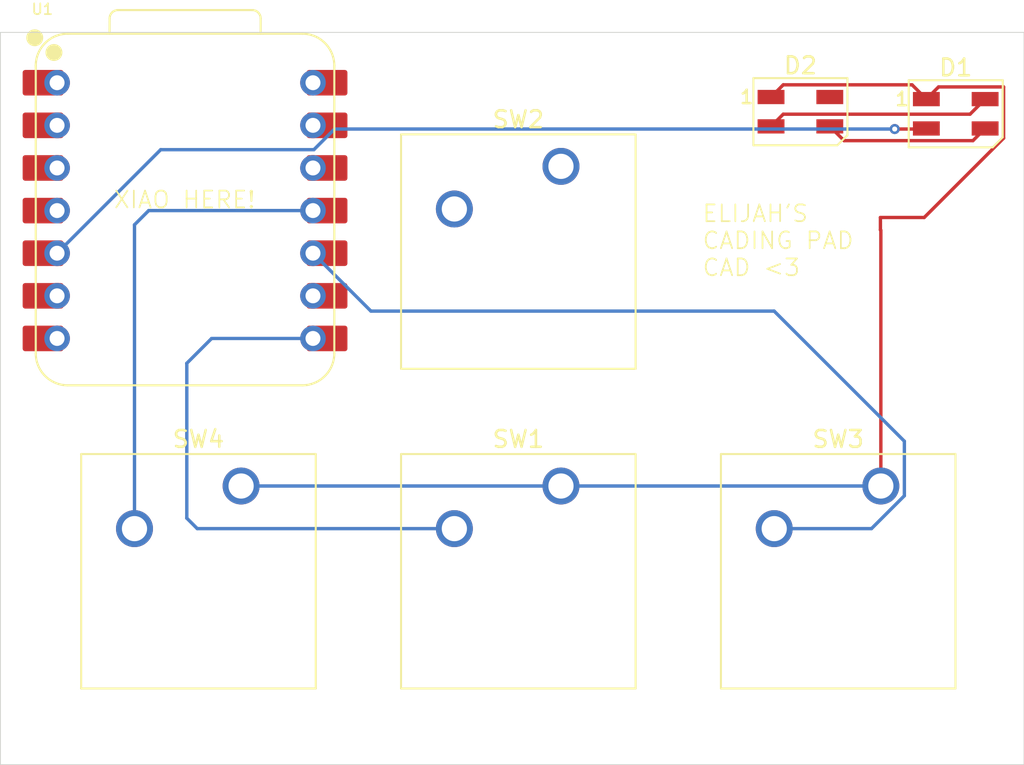
<source format=kicad_pcb>
(kicad_pcb (version 20241229) (generator "pcbnew") (generator_version "9.0")
  (layers (0 "F.Cu" signal) (2 "B.Cu" signal) (13 "F.Paste" user) (15 "B.Paste" user) (5 "F.SilkS" user "F.Silkscreen") (7 "B.SilkS" user "B.Silkscreen") (1 "F.Mask" user) (3 "B.Mask" user) (25 "Edge.Cuts" user))
  (net 0 "")
  (net 1 "GND")
  (net 2 "Net-(D1-DOUT)")
  (net 3 "Net-(D1-DIN)")
  (net 4 "+5V")
  (net 6 "Net-(U1-GPIO1{slash}RX)")
  (net 9 "Net-(U1-GPIO4{slash}MISO)")
  (net 10 "Net-(U1-GPIO3{slash}MOSI)")
  (footprint "LED_SMD:LED_SK6812MINI_PLCC4_3.5x3.5mm_P1.75mm" (layer "F.Cu") (at 77.215 37.4115)
    (property "Reference" "D1" (at 0 -2.75 0) (layer "F.SilkS"))
    (property "Value" "SK6812")
    (fp_line (start -2.8 -2) (end -2.8 2) (stroke (width 0.12)) (layer "F.SilkS"))
    (fp_line (start -2.8 -2) (end 2.8 -2) (stroke (width 0.12)) (layer "F.SilkS"))
    (fp_line (start -2.8 2) (end 2.2 2) (stroke (width 0.12)) (layer "F.SilkS"))
    (fp_line (start 2.8 1.4) (end 2.2 2) (stroke (width 0.12)) (layer "F.SilkS"))
    (fp_line (start 2.8 1.4) (end 2.8 -2) (stroke (width 0.12)) (layer "F.SilkS"))
    (fp_text user "1" (at -3.2 -0.875 0) (layer "F.SilkS") (effects (font (size 0.8 0.8))))
    (pad "1" smd rect (at -1.75 -0.875) (size 1.6 0.85) (layers "F.Cu" "F.Mask" "F.Paste") (net 1 "GND"))
    (pad "2" smd rect (at -1.75 0.875) (size 1.6 0.85) (layers "F.Cu" "F.Mask" "F.Paste") (net 3 "Net-(D1-DIN)"))
    (pad "3" smd rect (at 1.75 0.875) (size 1.6 0.85) (layers "F.Cu" "F.Mask" "F.Paste") (net 4 "+5V"))
    (pad "4" smd rect (at 1.75 -0.875) (size 1.6 0.85) (layers "F.Cu" "F.Mask" "F.Paste") (net 2 "Net-(D1-DOUT)"))
  )
  (footprint "Button_Switch_Keyboard:SW_Cherry_MX_1.00u_PCB" (layer "F.Cu") (at 53.705 40.544)
    (property "Reference" "SW2" (at -2.54 -2.794 0) (layer "F.SilkS"))
    (property "Value" "SW_Push")
    (fp_line (start -9.525 -1.905) (end 4.445 -1.905) (stroke (width 0.12)) (layer "F.SilkS"))
    (fp_line (start -9.525 12.065) (end -9.525 -1.905) (stroke (width 0.12)) (layer "F.SilkS"))
    (fp_line (start 4.445 -1.905) (end 4.445 12.065) (stroke (width 0.12)) (layer "F.SilkS"))
    (fp_line (start 4.445 12.065) (end -9.525 12.065) (stroke (width 0.12)) (layer "F.SilkS"))
    (pad "" np_thru_hole circle (at -7.62 5.08) (size 1.7 1.7) (drill 1.7) (layers "*.Cu" "*.Mask"))
    (pad "" np_thru_hole circle (at -2.54 5.08) (size 4 4) (drill 4) (layers "*.Cu" "*.Mask"))
    (pad "" np_thru_hole circle (at 2.54 5.08) (size 1.7 1.7) (drill 1.7) (layers "*.Cu" "*.Mask"))
    (pad "1" thru_hole circle (at 0 0) (size 2.2 2.2) (drill 1.5) (layers "*.Cu" "*.Mask"))
    (pad "2" thru_hole circle (at -6.35 2.54) (size 2.2 2.2) (drill 1.5) (layers "*.Cu" "*.Mask"))
  )
  (footprint "Seeed Studio XIAO Series Library:XIAO-RP2040-DIP" (layer "F.Cu") (at 31.315 43.18)
    (property "Reference" "U1" (at -8.5 -12 0) (layer "F.SilkS") (effects (font (size 0.635 0.635) (thickness 0.1016))))
    (property "Value" "XIAO-RP2040-DIP")
    (fp_line (start -8.89 8.509) (end -8.89 -8.636) (stroke (width 0.127)) (layer "F.SilkS"))
    (fp_line (start -6.985 10.414) (end 6.985 10.414) (stroke (width 0.127)) (layer "F.SilkS"))
    (fp_line (start -4.495 -10.541) (end -4.491272 -11.451272) (stroke (width 0.127)) (layer "F.SilkS"))
    (fp_line (start -3.991272 -11.951) (end 4.004 -11.951) (stroke (width 0.127)) (layer "F.SilkS"))
    (fp_line (start 4.504 -11.451) (end 4.504 -10.541) (stroke (width 0.127)) (layer "F.SilkS"))
    (fp_line (start 6.985 -10.541) (end -6.985 -10.541) (stroke (width 0.1)) (layer "F.SilkS"))
    (fp_line (start 6.985 -10.541) (end -6.985 -10.541) (stroke (width 0.127)) (layer "F.SilkS"))
    (fp_line (start 8.89 8.509) (end 8.89 -8.636) (stroke (width 0.127)) (layer "F.SilkS"))
    (fp_arc (start -8.89 -8.636) (mid -8.332038 -9.983038) (end -6.985 -10.541) (stroke (width 0.127)) (layer "F.SilkS"))
    (fp_arc (start -6.985 10.414) (mid -8.332038 9.856038) (end -8.89 8.509) (stroke (width 0.127)) (layer "F.SilkS"))
    (fp_arc (start -4.491272 -11.451272) (mid -4.344728 -11.80464) (end -3.991272 -11.951) (stroke (width 0.127)) (layer "F.SilkS"))
    (fp_arc (start 4.004 -11.951) (mid 4.357553 -11.804553) (end 4.504 -11.451) (stroke (width 0.127)) (layer "F.SilkS"))
    (fp_arc (start 6.985 -10.541) (mid 8.332038 -9.983038) (end 8.89 -8.636) (stroke (width 0.127)) (layer "F.SilkS"))
    (fp_arc (start 8.89 8.509) (mid 8.332038 9.856038) (end 6.985 10.414) (stroke (width 0.127)) (layer "F.SilkS"))
    (fp_circle (center -8.95 -10.3) (end -8.95 -10.554) (stroke (width 0.5)) (fill yes) (layer "F.SilkS"))
    (fp_circle (center -7.807 -9.42) (end -7.807 -9.674) (stroke (width 0.5)) (fill yes) (layer "F.SilkS"))
    (pad "1" smd roundrect (at -8.455 -7.62 180) (size 2.432 1.524) (layers "F.Cu" "F.Mask") (roundrect_rratio 0.1))
    (pad "1" thru_hole circle (at -7.62 -7.62 180) (size 1.524 1.524) (drill 0.889) (layers "*.Cu" "*.Mask"))
    (pad "2" smd roundrect (at -8.455 -5.08 180) (size 2.432 1.524) (layers "F.Cu" "F.Mask") (roundrect_rratio 0.1))
    (pad "2" thru_hole circle (at -7.62 -5.08 180) (size 1.524 1.524) (drill 0.889) (layers "*.Cu" "*.Mask"))
    (pad "3" smd roundrect (at -8.455 -2.54 180) (size 2.432 1.524) (layers "F.Cu" "F.Mask") (roundrect_rratio 0.1))
    (pad "3" thru_hole circle (at -7.62 -2.54 180) (size 1.524 1.524) (drill 0.889) (layers "*.Cu" "*.Mask"))
    (pad "4" smd roundrect (at -8.455 0 180) (size 2.432 1.524) (layers "F.Cu" "F.Mask") (roundrect_rratio 0.1))
    (pad "4" thru_hole circle (at -7.62 0 180) (size 1.524 1.524) (drill 0.889) (layers "*.Cu" "*.Mask"))
    (pad "5" smd roundrect (at -8.455 2.54 180) (size 2.432 1.524) (layers "F.Cu" "F.Mask") (roundrect_rratio 0.1) (net 3 "Net-(D1-DIN)"))
    (pad "5" thru_hole circle (at -7.62 2.54 180) (size 1.524 1.524) (drill 0.889) (layers "*.Cu" "*.Mask") (net 3 "Net-(D1-DIN)"))
    (pad "6" smd roundrect (at -8.455 5.08 180) (size 2.432 1.524) (layers "F.Cu" "F.Mask") (roundrect_rratio 0.1))
    (pad "6" thru_hole circle (at -7.62 5.08 180) (size 1.524 1.524) (drill 0.889) (layers "*.Cu" "*.Mask"))
    (pad "7" smd roundrect (at -8.455 7.62 180) (size 2.432 1.524) (layers "F.Cu" "F.Mask") (roundrect_rratio 0.1))
    (pad "7" thru_hole circle (at -7.62 7.62 180) (size 1.524 1.524) (drill 0.889) (layers "*.Cu" "*.Mask"))
    (pad "8" thru_hole circle (at 7.62 7.62) (size 1.524 1.524) (drill 0.889) (layers "*.Cu" "*.Mask") (net 6 "Net-(U1-GPIO1{slash}RX)"))
    (pad "8" smd roundrect (at 8.455 7.62) (size 2.432 1.524) (layers "F.Cu" "F.Mask") (roundrect_rratio 0.1) (net 6 "Net-(U1-GPIO1{slash}RX)"))
    (pad "9" thru_hole circle (at 7.62 5.08) (size 1.524 1.524) (drill 0.889) (layers "*.Cu" "*.Mask"))
    (pad "9" smd roundrect (at 8.455 5.08) (size 2.432 1.524) (layers "F.Cu" "F.Mask") (roundrect_rratio 0.1))
    (pad "10" thru_hole circle (at 7.62 2.54) (size 1.524 1.524) (drill 0.889) (layers "*.Cu" "*.Mask") (net 9 "Net-(U1-GPIO4{slash}MISO)"))
    (pad "10" smd roundrect (at 8.455 2.54) (size 2.432 1.524) (layers "F.Cu" "F.Mask") (roundrect_rratio 0.1) (net 9 "Net-(U1-GPIO4{slash}MISO)"))
    (pad "11" thru_hole circle (at 7.62 0) (size 1.524 1.524) (drill 0.889) (layers "*.Cu" "*.Mask") (net 10 "Net-(U1-GPIO3{slash}MOSI)"))
    (pad "11" smd roundrect (at 8.455 0) (size 2.432 1.524) (layers "F.Cu" "F.Mask") (roundrect_rratio 0.1) (net 10 "Net-(U1-GPIO3{slash}MOSI)"))
    (pad "12" thru_hole circle (at 7.62 -2.54) (size 1.524 1.524) (drill 0.889) (layers "*.Cu" "*.Mask"))
    (pad "12" smd roundrect (at 8.455 -2.54) (size 2.432 1.524) (layers "F.Cu" "F.Mask") (roundrect_rratio 0.1))
    (pad "13" thru_hole circle (at 7.62 -5.08) (size 1.524 1.524) (drill 0.889) (layers "*.Cu" "*.Mask"))
    (pad "13" smd roundrect (at 8.455 -5.08) (size 2.432 1.524) (layers "F.Cu" "F.Mask") (roundrect_rratio 0.1))
    (pad "14" thru_hole circle (at 7.62 -7.62) (size 1.524 1.524) (drill 0.889) (layers "*.Cu" "*.Mask"))
    (pad "14" smd roundrect (at 8.455 -7.62) (size 2.432 1.524) (layers "F.Cu" "F.Mask") (roundrect_rratio 0.1))
  )
  (footprint "Button_Switch_Keyboard:SW_Cherry_MX_1.00u_PCB" (layer "F.Cu") (at 72.755 59.594)
    (property "Reference" "SW3" (at -2.54 -2.794 0) (layer "F.SilkS"))
    (property "Value" "SW_Push")
    (fp_line (start -9.525 -1.905) (end 4.445 -1.905) (stroke (width 0.12)) (layer "F.SilkS"))
    (fp_line (start -9.525 12.065) (end -9.525 -1.905) (stroke (width 0.12)) (layer "F.SilkS"))
    (fp_line (start 4.445 -1.905) (end 4.445 12.065) (stroke (width 0.12)) (layer "F.SilkS"))
    (fp_line (start 4.445 12.065) (end -9.525 12.065) (stroke (width 0.12)) (layer "F.SilkS"))
    (pad "" np_thru_hole circle (at -7.62 5.08) (size 1.7 1.7) (drill 1.7) (layers "*.Cu" "*.Mask"))
    (pad "" np_thru_hole circle (at -2.54 5.08) (size 4 4) (drill 4) (layers "*.Cu" "*.Mask"))
    (pad "" np_thru_hole circle (at 2.54 5.08) (size 1.7 1.7) (drill 1.7) (layers "*.Cu" "*.Mask"))
    (pad "1" thru_hole circle (at 0 0) (size 2.2 2.2) (drill 1.5) (layers "*.Cu" "*.Mask") (net 1 "GND"))
    (pad "2" thru_hole circle (at -6.35 2.54) (size 2.2 2.2) (drill 1.5) (layers "*.Cu" "*.Mask") (net 9 "Net-(U1-GPIO4{slash}MISO)"))
  )
  (footprint "LED_SMD:LED_SK6812MINI_PLCC4_3.5x3.5mm_P1.75mm" (layer "F.Cu") (at 67.965 37.2865)
    (property "Reference" "D2" (at 0 -2.75 0) (layer "F.SilkS"))
    (property "Value" "SK6812")
    (fp_line (start -2.8 -2) (end -2.8 2) (stroke (width 0.12)) (layer "F.SilkS"))
    (fp_line (start -2.8 -2) (end 2.8 -2) (stroke (width 0.12)) (layer "F.SilkS"))
    (fp_line (start -2.8 2) (end 2.2 2) (stroke (width 0.12)) (layer "F.SilkS"))
    (fp_line (start 2.8 1.4) (end 2.2 2) (stroke (width 0.12)) (layer "F.SilkS"))
    (fp_line (start 2.8 1.4) (end 2.8 -2) (stroke (width 0.12)) (layer "F.SilkS"))
    (fp_text user "1" (at -3.2 -0.875 0) (layer "F.SilkS") (effects (font (size 0.8 0.8))))
    (pad "1" smd rect (at -1.75 -0.875) (size 1.6 0.85) (layers "F.Cu" "F.Mask" "F.Paste") (net 1 "GND"))
    (pad "2" smd rect (at -1.75 0.875) (size 1.6 0.85) (layers "F.Cu" "F.Mask" "F.Paste") (net 2 "Net-(D1-DOUT)"))
    (pad "3" smd rect (at 1.75 0.875) (size 1.6 0.85) (layers "F.Cu" "F.Mask" "F.Paste") (net 4 "+5V"))
    (pad "4" smd rect (at 1.75 -0.875) (size 1.6 0.85) (layers "F.Cu" "F.Mask" "F.Paste"))
  )
  (footprint "Button_Switch_Keyboard:SW_Cherry_MX_1.00u_PCB" (layer "F.Cu") (at 53.705 59.594)
    (property "Reference" "SW1" (at -2.54 -2.794 0) (layer "F.SilkS"))
    (property "Value" "SW_Push")
    (fp_line (start -9.525 -1.905) (end 4.445 -1.905) (stroke (width 0.12)) (layer "F.SilkS"))
    (fp_line (start -9.525 12.065) (end -9.525 -1.905) (stroke (width 0.12)) (layer "F.SilkS"))
    (fp_line (start 4.445 -1.905) (end 4.445 12.065) (stroke (width 0.12)) (layer "F.SilkS"))
    (fp_line (start 4.445 12.065) (end -9.525 12.065) (stroke (width 0.12)) (layer "F.SilkS"))
    (pad "" np_thru_hole circle (at -7.62 5.08) (size 1.7 1.7) (drill 1.7) (layers "*.Cu" "*.Mask"))
    (pad "" np_thru_hole circle (at -2.54 5.08) (size 4 4) (drill 4) (layers "*.Cu" "*.Mask"))
    (pad "" np_thru_hole circle (at 2.54 5.08) (size 1.7 1.7) (drill 1.7) (layers "*.Cu" "*.Mask"))
    (pad "1" thru_hole circle (at 0 0) (size 2.2 2.2) (drill 1.5) (layers "*.Cu" "*.Mask") (net 1 "GND"))
    (pad "2" thru_hole circle (at -6.35 2.54) (size 2.2 2.2) (drill 1.5) (layers "*.Cu" "*.Mask") (net 6 "Net-(U1-GPIO1{slash}RX)"))
  )
  (footprint "Button_Switch_Keyboard:SW_Cherry_MX_1.00u_PCB" (layer "F.Cu") (at 34.655 59.594)
    (property "Reference" "SW4" (at -2.54 -2.794 0) (layer "F.SilkS"))
    (property "Value" "SW_Push")
    (fp_line (start -9.525 -1.905) (end 4.445 -1.905) (stroke (width 0.12)) (layer "F.SilkS"))
    (fp_line (start -9.525 12.065) (end -9.525 -1.905) (stroke (width 0.12)) (layer "F.SilkS"))
    (fp_line (start 4.445 -1.905) (end 4.445 12.065) (stroke (width 0.12)) (layer "F.SilkS"))
    (fp_line (start 4.445 12.065) (end -9.525 12.065) (stroke (width 0.12)) (layer "F.SilkS"))
    (pad "" np_thru_hole circle (at -7.62 5.08) (size 1.7 1.7) (drill 1.7) (layers "*.Cu" "*.Mask"))
    (pad "" np_thru_hole circle (at -2.54 5.08) (size 4 4) (drill 4) (layers "*.Cu" "*.Mask"))
    (pad "" np_thru_hole circle (at 2.54 5.08) (size 1.7 1.7) (drill 1.7) (layers "*.Cu" "*.Mask"))
    (pad "1" thru_hole circle (at 0 0) (size 2.2 2.2) (drill 1.5) (layers "*.Cu" "*.Mask") (net 1 "GND"))
    (pad "2" thru_hole circle (at -6.35 2.54) (size 2.2 2.2) (drill 1.5) (layers "*.Cu" "*.Mask") (net 10 "Net-(U1-GPIO3{slash}MOSI)"))
  )
  (gr_rect (start 20.32 32.56) (end 81.28 76.2) (stroke (width 0.05)) (fill no) (layer "Edge.Cuts"))
  (gr_text "XIAO HERE!" (at 27.01 43.1165 0) (layer "F.SilkS") (effects (font (size 1 1) (thickness 0.1)) (justify left bottom)))
  (gr_text "ELIJAH'S\nCADING PAD\nCAD <3" (at 62.07 47.16 0) (layer "F.SilkS") (effects (font (size 1 1) (thickness 0.1)) (justify left bottom)))
  (segment (start 80.066 35.8105) (end 80.066 38.864) (width 0.2) (layer "F.Cu") (net 1))
  (segment (start 72.73 44.33) (end 72.755 44.355) (width 0.2) (layer "F.Cu") (net 1))
  (segment (start 75.465 36.5365) (end 76.191 35.8105) (width 0.2) (layer "F.Cu") (net 1))
  (segment (start 76.191 35.8105) (end 80.066 35.8105) (width 0.2) (layer "F.Cu") (net 1))
  (segment (start 80.066 38.864) (end 75.34 43.59) (width 0.2) (layer "F.Cu") (net 1))
  (segment (start 66.941 35.6855) (end 66.215 36.4115) (width 0.2) (layer "F.Cu") (net 1))
  (segment (start 74.614 35.6855) (end 66.941 35.6855) (width 0.2) (layer "F.Cu") (net 1))
  (segment (start 75.34 43.59) (end 72.73 43.59) (width 0.2) (layer "F.Cu") (net 1))
  (segment (start 72.755 44.355) (end 72.755 59.594) (width 0.2) (layer "F.Cu") (net 1))
  (segment (start 72.73 43.59) (end 72.73 44.33) (width 0.2) (layer "F.Cu") (net 1))
  (segment (start 75.465 36.5365) (end 74.614 35.6855) (width 0.2) (layer "F.Cu") (net 1))
  (segment (start 34.655 59.594) (end 53.705 59.594) (width 0.2) (layer "B.Cu") (net 1))
  (segment (start 53.705 59.594) (end 72.755 59.594) (width 0.2) (layer "B.Cu") (net 1))
  (segment (start 66.941 37.4355) (end 78.066 37.4355) (width 0.2) (layer "F.Cu") (net 2))
  (segment (start 66.215 38.1615) (end 66.941 37.4355) (width 0.2) (layer "F.Cu") (net 2))
  (segment (start 78.066 37.4355) (end 78.965 36.5365) (width 0.2) (layer "F.Cu") (net 2))
  (segment (start 73.58 38.32) (end 75.4315 38.32) (width 0.2) (layer "F.Cu") (net 3))
  (segment (start 75.4315 38.32) (end 75.465 38.2865) (width 0.2) (layer "F.Cu") (net 3))
  (via (at 73.58 38.32) (size 0.6) (drill 0.3) (layers "F.Cu" "B.Cu") (net 3))
  (segment (start 40.21831 38.32) (end 73.58 38.32) (width 0.2) (layer "B.Cu") (net 3))
  (segment (start 38.98831 39.55) (end 40.21831 38.32) (width 0.2) (layer "B.Cu") (net 3))
  (segment (start 23.695 45.72) (end 29.865 39.55) (width 0.2) (layer "B.Cu") (net 3))
  (segment (start 29.865 39.55) (end 38.98831 39.55) (width 0.2) (layer "B.Cu") (net 3))
  (segment (start 69.715 38.1615) (end 70.566 39.0125) (width 0.2) (layer "F.Cu") (net 4))
  (segment (start 70.566 39.0125) (end 78.239 39.0125) (width 0.2) (layer "F.Cu") (net 4))
  (segment (start 78.239 39.0125) (end 78.965 38.2865) (width 0.2) (layer "F.Cu") (net 4))
  (segment (start 31.42 61.51) (end 32.044 62.134) (width 0.2) (layer "B.Cu") (net 6))
  (segment (start 31.42 52.28) (end 31.42 61.51) (width 0.2) (layer "B.Cu") (net 6))
  (segment (start 32.9 50.8) (end 31.42 52.28) (width 0.2) (layer "B.Cu") (net 6))
  (segment (start 32.044 62.134) (end 47.355 62.134) (width 0.2) (layer "B.Cu") (net 6))
  (segment (start 38.935 50.8) (end 32.9 50.8) (width 0.2) (layer "B.Cu") (net 6))
  (segment (start 72.196314 62.134) (end 66.405 62.134) (width 0.2) (layer "B.Cu") (net 9))
  (segment (start 38.935 45.72) (end 42.385 49.17) (width 0.2) (layer "B.Cu") (net 9))
  (segment (start 74.156 60.174314) (end 72.196314 62.134) (width 0.2) (layer "B.Cu") (net 9))
  (segment (start 74.156 56.926) (end 74.156 60.174314) (width 0.2) (layer "B.Cu") (net 9))
  (segment (start 42.385 49.17) (end 66.4 49.17) (width 0.2) (layer "B.Cu") (net 9))
  (segment (start 66.4 49.17) (end 74.156 56.926) (width 0.2) (layer "B.Cu") (net 9))
  (segment (start 28.305 44.025) (end 28.305 62.134) (width 0.2) (layer "B.Cu") (net 10))
  (segment (start 29.15 43.18) (end 28.305 44.025) (width 0.2) (layer "B.Cu") (net 10))
  (segment (start 38.935 43.18) (end 29.15 43.18) (width 0.2) (layer "B.Cu") (net 10))
)
</source>
